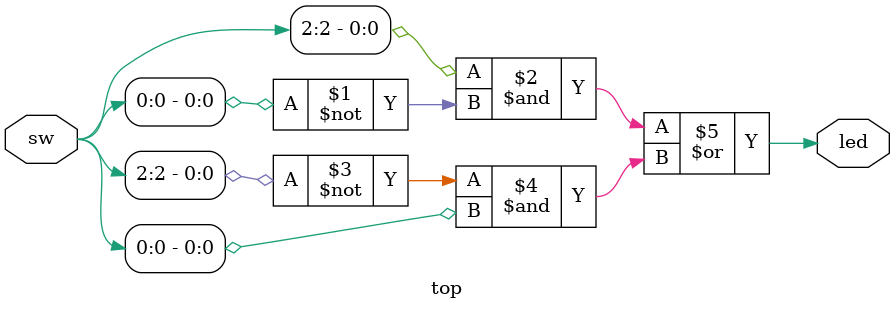
<source format=v>
`timescale 1ns / 1ps


module top(
    input [3:0] sw,
    output led
    );
    
    assign led = (sw[2] & ~ sw[0]) | (~sw[2] & sw[0]);
    
endmodule

</source>
